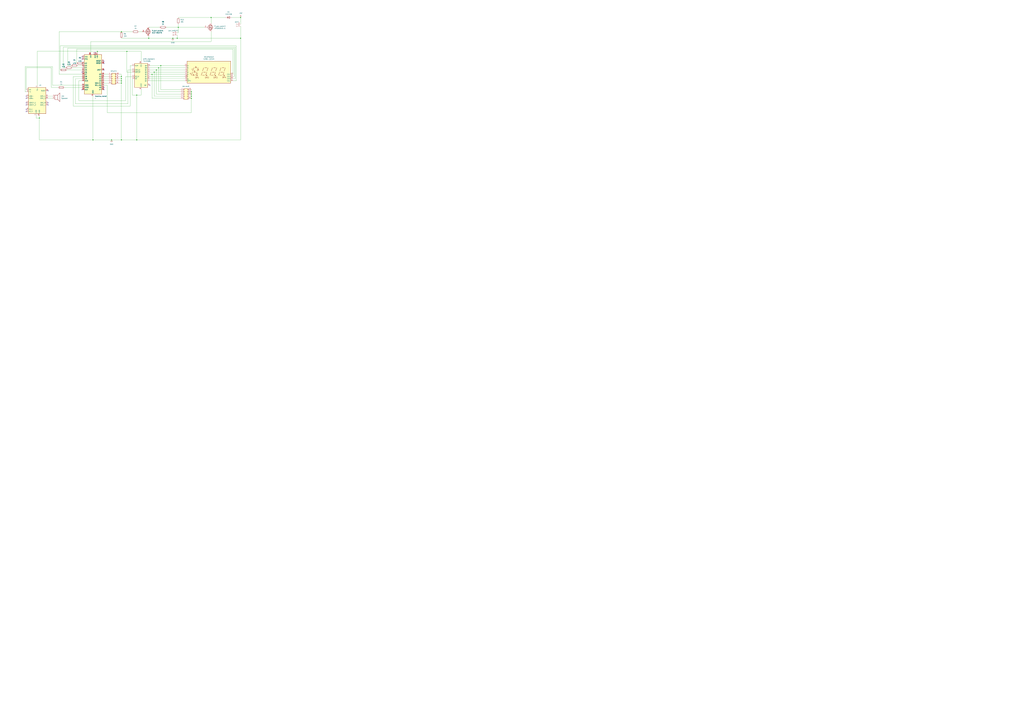
<source format=kicad_sch>
(kicad_sch (version 20230121) (generator eeschema)
  (paper "A0")
  (lib_symbols
    (symbol "74xx:74HC595"
      (property "Reference" "U" (at -7.62 13.97 0))
      (property "Value" "74HC595" (at -7.62 -16.51 0))
      (symbol "74HC595_1_0"
        (pin tri_state line (at 10.16 7.62 180) (length 2.54) (name "QB") (number "1"))
        (pin input line (at -10.16 2.54 0) (length 2.54) (name "~{SRCLR}") (number "10"))
        (pin input line (at -10.16 5.08 0) (length 2.54) (name "SRCLK") (number "11"))
        (pin input line (at -10.16 -2.54 0) (length 2.54) (name "RCLK") (number "12"))
        (pin input line (at -10.16 -5.08 0) (length 2.54) (name "~{OE}") (number "13"))
        (pin input line (at -10.16 10.16 0) (length 2.54) (name "SER") (number "14"))
        (pin tri_state line (at 10.16 10.16 180) (length 2.54) (name "QA") (number "15"))
        (pin power_in line (at 0 15.24 270) (length 2.54) (name "VCC") (number "16"))
        (pin tri_state line (at 10.16 5.08 180) (length 2.54) (name "QC") (number "2"))
        (pin tri_state line (at 10.16 2.54 180) (length 2.54) (name "QD") (number "3"))
        (pin tri_state line (at 10.16 0 180) (length 2.54) (name "QE") (number "4"))
        (pin tri_state line (at 10.16 -2.54 180) (length 2.54) (name "QF") (number "5"))
        (pin tri_state line (at 10.16 -5.08 180) (length 2.54) (name "QG") (number "6"))
        (pin tri_state line (at 10.16 -7.62 180) (length 2.54) (name "QH") (number "7"))
        (pin power_in line (at 0 -17.78 90) (length 2.54) (name "GND") (number "8"))
        (pin output line (at 10.16 -12.7 180) (length 2.54) (name "QH'") (number "9"))
      )
      (symbol "74HC595_1_1"
        (rectangle (start -7.62 12.7) (end 7.62 -15.24) (stroke (width 0.254)) (fill (type background)))
      )
    )
    (symbol "Connector:Conn_01x02_Pin" (pin_names (offset 1.016) hide)
      (property "Reference" "J" (at 0 2.54 0))
      (property "Value" "Conn_01x02_Pin" (at 0 -5.08 0))
      (symbol "Conn_01x02_Pin_1_1"
        (polyline (pts (xy 1.27 -2.54) (xy 0.8636 -2.54)) (stroke (width 0.1524)))
        (polyline (pts (xy 1.27 0) (xy 0.8636 0)) (stroke (width 0.1524)))
        (rectangle (start 0.8636 -2.413) (end 0 -2.667) (stroke (width 0.1524)) (fill (type outline)))
        (rectangle (start 0.8636 0.127) (end 0 -0.127) (stroke (width 0.1524)) (fill (type outline)))
        (pin passive line (at 5.08 0 180) (length 3.81) (name "Pin_1") (number "1"))
        (pin passive line (at 5.08 -2.54 180) (length 3.81) (name "Pin_2") (number "2"))
      )
    )
    (symbol "Connector:Conn_01x02_Socket" (pin_names (offset 1.016) hide)
      (property "Reference" "J" (at 0 2.54 0))
      (property "Value" "Conn_01x02_Socket" (at 0 -5.08 0))
      (symbol "Conn_01x02_Socket_1_1"
        (arc (start 0 -2.032) (mid -0.5058 -2.54) (end 0 -3.048) (stroke (width 0.1524)))
        (polyline (pts (xy -1.27 -2.54) (xy -0.508 -2.54)) (stroke (width 0.1524)))
        (polyline (pts (xy -1.27 0) (xy -0.508 0)) (stroke (width 0.1524)))
        (arc (start 0 0.508) (mid -0.5058 0) (end 0 -0.508) (stroke (width 0.1524)))
        (pin passive line (at -5.08 0 0) (length 3.81) (name "Pin_1") (number "1"))
        (pin passive line (at -5.08 -2.54 0) (length 3.81) (name "Pin_2") (number "2"))
      )
    )
    (symbol "Connector_Generic:Conn_02x05_Counter_Clockwise" (pin_names (offset 1.016) hide)
      (property "Reference" "J" (at 1.27 7.62 0))
      (property "Value" "Conn_02x05_Counter_Clockwise" (at 1.27 -7.62 0))
      (symbol "Conn_02x05_Counter_Clockwise_1_1"
        (rectangle (start -1.27 -4.953) (end 0 -5.207) (stroke (width 0.1524)))
        (rectangle (start -1.27 -2.413) (end 0 -2.667) (stroke (width 0.1524)))
        (rectangle (start -1.27 0.127) (end 0 -0.127) (stroke (width 0.1524)))
        (rectangle (start -1.27 2.667) (end 0 2.413) (stroke (width 0.1524)))
        (rectangle (start -1.27 5.207) (end 0 4.953) (stroke (width 0.1524)))
        (rectangle (start -1.27 6.35) (end 3.81 -6.35) (stroke (width 0.254)) (fill (type background)))
        (rectangle (start 3.81 -4.953) (end 2.54 -5.207) (stroke (width 0.1524)))
        (rectangle (start 3.81 -2.413) (end 2.54 -2.667) (stroke (width 0.1524)))
        (rectangle (start 3.81 0.127) (end 2.54 -0.127) (stroke (width 0.1524)))
        (rectangle (start 3.81 2.667) (end 2.54 2.413) (stroke (width 0.1524)))
        (rectangle (start 3.81 5.207) (end 2.54 4.953) (stroke (width 0.1524)))
        (pin passive line (at -5.08 5.08 0) (length 3.81) (name "Pin_1") (number "1"))
        (pin passive line (at 7.62 5.08 180) (length 3.81) (name "Pin_10") (number "10"))
        (pin passive line (at -5.08 2.54 0) (length 3.81) (name "Pin_2") (number "2"))
        (pin passive line (at -5.08 0 0) (length 3.81) (name "Pin_3") (number "3"))
        (pin passive line (at -5.08 -2.54 0) (length 3.81) (name "Pin_4") (number "4"))
        (pin passive line (at -5.08 -5.08 0) (length 3.81) (name "Pin_5") (number "5"))
        (pin passive line (at 7.62 -5.08 180) (length 3.81) (name "Pin_6") (number "6"))
        (pin passive line (at 7.62 -2.54 180) (length 3.81) (name "Pin_7") (number "7"))
        (pin passive line (at 7.62 0 180) (length 3.81) (name "Pin_8") (number "8"))
        (pin passive line (at 7.62 2.54 180) (length 3.81) (name "Pin_9") (number "9"))
      )
    )
    (symbol "Device:R" (pin_numbers hide) (pin_names (offset 0))
      (property "Reference" "R" (at 2.032 0 90))
      (property "Value" "R" (at 0 0 90))
      (symbol "R_0_1"
        (rectangle (start -1.016 -2.54) (end 1.016 2.54) (stroke (width 0.254)))
      )
      (symbol "R_1_1"
        (pin passive line (at 0 3.81 270) (length 1.27) (name "~") (number "1"))
        (pin passive line (at 0 -3.81 90) (length 1.27) (name "~") (number "2"))
      )
    )
    (symbol "Device:Speaker" (pin_names (offset 0) hide)
      (property "Reference" "LS" (at 1.27 5.715 0))
      (property "Value" "Speaker" (at 1.27 3.81 0))
      (symbol "Speaker_0_0"
        (rectangle (start -2.54 1.27) (end 1.016 -3.81) (stroke (width 0.254)))
        (polyline (pts (xy 1.016 1.27) (xy 3.556 3.81) (xy 3.556 -6.35) (xy 1.016 -3.81)) (stroke (width 0.254)))
      )
      (symbol "Speaker_1_1"
        (pin input line (at -5.08 0 0) (length 2.54) (name "1") (number "1"))
        (pin input line (at -5.08 -2.54 0) (length 2.54) (name "2") (number "2"))
      )
    )
    (symbol "Diode:1N4148" (pin_numbers hide) (pin_names hide)
      (property "Reference" "D" (at 0 2.54 0))
      (property "Value" "1N4148" (at 0 -2.54 0))
      (symbol "1N4148_0_1"
        (polyline (pts (xy -1.27 1.27) (xy -1.27 -1.27)) (stroke (width 0.254)))
        (polyline (pts (xy 1.27 0) (xy -1.27 0)))
        (polyline (pts (xy 1.27 1.27) (xy 1.27 -1.27) (xy -1.27 0) (xy 1.27 1.27)) (stroke (width 0.254)))
      )
      (symbol "1N4148_1_1"
        (pin passive line (at -3.81 0 0) (length 2.54) (name "K") (number "1"))
        (pin passive line (at 3.81 0 180) (length 2.54) (name "A") (number "2"))
      )
    )
    (symbol "Display_Character:CA56-12EWA"
      (property "Reference" "U" (at -24.13 13.97 0))
      (property "Value" "CA56-12EWA" (at 19.05 13.97 0))
      (symbol "CA56-12EWA_0_0"
        (rectangle (start -25.4 12.7) (end 25.4 -12.7) (stroke (width 0.254)) (fill (type background)))
        (polyline (pts (xy -20.32 -3.81) (xy -19.05 0)) (stroke (width 0.254)))
        (polyline (pts (xy -19.05 -3.81) (xy -16.51 -3.81)) (stroke (width 0.254)))
        (polyline (pts (xy -18.796 1.27) (xy -17.526 5.08)) (stroke (width 0.254)))
        (polyline (pts (xy -17.78 0) (xy -15.24 0)) (stroke (width 0.254)))
        (polyline (pts (xy -16.256 5.08) (xy -13.716 5.08)) (stroke (width 0.254)))
        (polyline (pts (xy -15.24 -3.81) (xy -13.97 0)) (stroke (width 0.254)))
        (polyline (pts (xy -13.716 1.27) (xy -12.446 5.08)) (stroke (width 0.254)))
        (polyline (pts (xy -8.89 -3.81) (xy -7.62 0)) (stroke (width 0.254)))
        (polyline (pts (xy -7.62 -3.81) (xy -5.08 -3.81)) (stroke (width 0.254)))
        (polyline (pts (xy -7.366 1.27) (xy -6.096 5.08)) (stroke (width 0.254)))
        (polyline (pts (xy -6.35 0) (xy -3.81 0)) (stroke (width 0.254)))
        (polyline (pts (xy -4.826 5.08) (xy -2.286 5.08)) (stroke (width 0.254)))
        (polyline (pts (xy -3.81 -3.81) (xy -2.54 0)) (stroke (width 0.254)))
        (polyline (pts (xy -2.286 1.27) (xy -1.016 5.08)) (stroke (width 0.254)))
        (polyline (pts (xy 1.27 -3.81) (xy 2.54 0)) (stroke (width 0.254)))
        (polyline (pts (xy 2.54 -3.81) (xy 5.08 -3.81)) (stroke (width 0.254)))
        (polyline (pts (xy 2.794 1.27) (xy 4.064 5.08)) (stroke (width 0.254)))
        (polyline (pts (xy 3.81 0) (xy 6.35 0)) (stroke (width 0.254)))
        (polyline (pts (xy 5.334 5.08) (xy 7.874 5.08)) (stroke (width 0.254)))
        (polyline (pts (xy 6.35 -3.81) (xy 7.62 0)) (stroke (width 0.254)))
        (polyline (pts (xy 7.874 1.27) (xy 9.144 5.08)) (stroke (width 0.254)))
        (polyline (pts (xy 11.176 -3.81) (xy 12.446 0)) (stroke (width 0.254)))
        (polyline (pts (xy 12.446 -3.81) (xy 14.986 -3.81)) (stroke (width 0.254)))
        (polyline (pts (xy 12.7 1.27) (xy 13.97 5.08)) (stroke (width 0.254)))
        (polyline (pts (xy 13.716 0) (xy 16.256 0)) (stroke (width 0.254)))
        (polyline (pts (xy 15.24 5.08) (xy 17.78 5.08)) (stroke (width 0.254)))
        (polyline (pts (xy 16.256 -3.81) (xy 17.526 0)) (stroke (width 0.254)))
        (polyline (pts (xy 17.78 1.27) (xy 19.05 5.08)) (stroke (width 0.254)))
        (text "a" (at -15.24 6.35 0) (effects (font (size 1.524 1.524))))
        (text "b" (at -12.192 2.794 0) (effects (font (size 1.524 1.524))))
        (text "c" (at -13.208 -1.778 0) (effects (font (size 1.524 1.524))))
        (text "d" (at -17.78 -2.794 0) (effects (font (size 1.524 1.524))))
        (text "DP1" (at -13.716 -6.35 0) (effects (font (size 1.524 1.524))))
        (text "DP2" (at -2.286 -6.35 0) (effects (font (size 1.524 1.524))))
        (text "DP3" (at 7.62 -6.35 0) (effects (font (size 1.524 1.524))))
        (text "DP4" (at 17.78 -6.096 0) (effects (font (size 1.524 1.524))))
        (text "e" (at -21.336 -1.524 0) (effects (font (size 1.524 1.524))))
        (text "f" (at -19.558 3.048 0) (effects (font (size 1.524 1.524))))
        (text "g" (at -16.51 1.524 0) (effects (font (size 1.524 1.524))))
      )
      (symbol "CA56-12EWA_0_1"
        (circle (center -13.716 -3.81) (radius 0.3556) (stroke (width 0.254)) (fill (type outline)))
        (circle (center -2.54 -3.81) (radius 0.3556) (stroke (width 0.254)) (fill (type outline)))
      )
      (symbol "CA56-12EWA_1_0"
        (circle (center 7.62 -4.064) (radius 0.3556) (stroke (width 0.254)) (fill (type outline)))
        (circle (center 17.78 -3.81) (radius 0.3556) (stroke (width 0.254)) (fill (type outline)))
      )
      (symbol "CA56-12EWA_1_1"
        (pin input line (at -27.94 -2.54 0) (length 2.54) (name "e") (number "1"))
        (pin input line (at -27.94 -5.08 0) (length 2.54) (name "f") (number "10"))
        (pin input line (at -27.94 7.62 0) (length 2.54) (name "a") (number "11"))
        (pin input line (at 27.94 -2.54 180) (length 2.54) (name "CA1") (number "12"))
        (pin input line (at -27.94 0 0) (length 2.54) (name "d") (number "2"))
        (pin input line (at -27.94 -10.16 0) (length 2.54) (name "DPX") (number "3"))
        (pin input line (at -27.94 2.54 0) (length 2.54) (name "c") (number "4"))
        (pin input line (at -27.94 -7.62 0) (length 2.54) (name "g") (number "5"))
        (pin input line (at 27.94 -10.16 180) (length 2.54) (name "CA4") (number "6"))
        (pin input line (at -27.94 5.08 0) (length 2.54) (name "b") (number "7"))
        (pin input line (at 27.94 -7.62 180) (length 2.54) (name "CA3") (number "8"))
        (pin input line (at 27.94 -5.08 180) (length 2.54) (name "CA2") (number "9"))
      )
    )
    (symbol "MCU_Module:Arduino_Nano_Every"
      (property "Reference" "A" (at -10.16 23.495 0))
      (property "Value" "Arduino_Nano_Every" (at 5.08 -24.13 0))
      (symbol "Arduino_Nano_Every_0_1"
        (rectangle (start -10.16 22.86) (end 10.16 -22.86) (stroke (width 0.254)) (fill (type background)))
      )
      (symbol "Arduino_Nano_Every_1_1"
        (pin bidirectional line (at -12.7 20.32 0) (length 2.54) (name "TX1") (number "1"))
        (pin bidirectional line (at -12.7 0 0) (length 2.54) (name "D7") (number "10"))
        (pin bidirectional line (at -12.7 -2.54 0) (length 2.54) (name "D8") (number "11"))
        (pin bidirectional line (at -12.7 -5.08 0) (length 2.54) (name "D9") (number "12"))
        (pin bidirectional line (at -12.7 -7.62 0) (length 2.54) (name "D10") (number "13"))
        (pin bidirectional line (at -12.7 -12.7 0) (length 2.54) (name "MOSI") (number "14"))
        (pin bidirectional line (at -12.7 -15.24 0) (length 2.54) (name "MISO") (number "15"))
        (pin bidirectional line (at -12.7 -17.78 0) (length 2.54) (name "SCK") (number "16"))
        (pin power_out line (at 2.54 25.4 270) (length 2.54) (name "3V3") (number "17"))
        (pin input line (at 12.7 5.08 180) (length 2.54) (name "AREF") (number "18"))
        (pin bidirectional line (at 12.7 0 180) (length 2.54) (name "A0") (number "19"))
        (pin bidirectional line (at -12.7 17.78 0) (length 2.54) (name "RX1") (number "2"))
        (pin bidirectional line (at 12.7 -2.54 180) (length 2.54) (name "A1") (number "20"))
        (pin bidirectional line (at 12.7 -5.08 180) (length 2.54) (name "A2") (number "21"))
        (pin bidirectional line (at 12.7 -7.62 180) (length 2.54) (name "A3") (number "22"))
        (pin bidirectional line (at 12.7 -10.16 180) (length 2.54) (name "SDA/A4") (number "23"))
        (pin bidirectional line (at 12.7 -12.7 180) (length 2.54) (name "SCL/A5") (number "24"))
        (pin bidirectional line (at 12.7 -15.24 180) (length 2.54) (name "A6") (number "25"))
        (pin bidirectional line (at 12.7 -17.78 180) (length 2.54) (name "A7") (number "26"))
        (pin power_out line (at 5.08 25.4 270) (length 2.54) (name "+5V") (number "27"))
        (pin input line (at 12.7 12.7 180) (length 2.54) (name "~{RESET}") (number "28"))
        (pin passive line (at 0 -25.4 90) (length 2.54) hide (name "GND") (number "29"))
        (pin input line (at 12.7 15.24 180) (length 2.54) (name "~{RESET}") (number "3"))
        (pin power_in line (at -2.54 25.4 270) (length 2.54) (name "VIN") (number "30"))
        (pin power_in line (at 0 -25.4 90) (length 2.54) (name "GND") (number "4"))
        (pin bidirectional line (at -12.7 12.7 0) (length 2.54) (name "D2") (number "5"))
        (pin bidirectional line (at -12.7 10.16 0) (length 2.54) (name "D3") (number "6"))
        (pin bidirectional line (at -12.7 7.62 0) (length 2.54) (name "D4") (number "7"))
        (pin bidirectional line (at -12.7 5.08 0) (length 2.54) (name "D5") (number "8"))
        (pin bidirectional line (at -12.7 2.54 0) (length 2.54) (name "D6") (number "9"))
      )
    )
    (symbol "Transistor_FET:2N7000" (pin_names hide)
      (property "Reference" "Q" (at 5.08 1.905 0))
      (property "Value" "2N7000" (at 5.08 0 0))
      (symbol "2N7000_0_1"
        (polyline (pts (xy 0.254 0) (xy -2.54 0)))
        (polyline (pts (xy 0.254 1.905) (xy 0.254 -1.905)) (stroke (width 0.254)))
        (polyline (pts (xy 0.762 -1.27) (xy 0.762 -2.286)) (stroke (width 0.254)))
        (polyline (pts (xy 0.762 0.508) (xy 0.762 -0.508)) (stroke (width 0.254)))
        (polyline (pts (xy 0.762 2.286) (xy 0.762 1.27)) (stroke (width 0.254)))
        (polyline (pts (xy 2.54 2.54) (xy 2.54 1.778)))
        (polyline (pts (xy 2.54 -2.54) (xy 2.54 0) (xy 0.762 0)))
        (polyline (pts (xy 0.762 -1.778) (xy 3.302 -1.778) (xy 3.302 1.778) (xy 0.762 1.778)))
        (polyline (pts (xy 1.016 0) (xy 2.032 0.381) (xy 2.032 -0.381) (xy 1.016 0)) (fill (type outline)))
        (polyline (pts (xy 2.794 0.508) (xy 2.921 0.381) (xy 3.683 0.381) (xy 3.81 0.254)))
        (polyline (pts (xy 3.302 0.381) (xy 2.921 -0.254) (xy 3.683 -0.254) (xy 3.302 0.381)))
        (circle (center 1.651 0) (radius 2.794) (stroke (width 0.254)))
        (circle (center 2.54 -1.778) (radius 0.254) (fill (type outline)))
        (circle (center 2.54 1.778) (radius 0.254) (fill (type outline)))
      )
      (symbol "2N7000_1_1"
        (pin passive line (at 2.54 -5.08 90) (length 2.54) (name "S") (number "1"))
        (pin input line (at -5.08 0 0) (length 2.54) (name "G") (number "2"))
        (pin passive line (at 2.54 5.08 270) (length 2.54) (name "D") (number "3"))
      )
    )
    (symbol "Transistor_FET:BS250" (pin_names hide)
      (property "Reference" "Q" (at 5.08 1.905 0))
      (property "Value" "BS250" (at 5.08 0 0))
      (symbol "BS250_0_1"
        (polyline (pts (xy 0.254 0) (xy -2.54 0)))
        (polyline (pts (xy 0.254 1.905) (xy 0.254 -1.905)) (stroke (width 0.254)))
        (polyline (pts (xy 0.762 -1.27) (xy 0.762 -2.286)) (stroke (width 0.254)))
        (polyline (pts (xy 0.762 0.508) (xy 0.762 -0.508)) (stroke (width 0.254)))
        (polyline (pts (xy 0.762 2.286) (xy 0.762 1.27)) (stroke (width 0.254)))
        (polyline (pts (xy 2.54 2.54) (xy 2.54 1.778)))
        (polyline (pts (xy 2.54 -2.54) (xy 2.54 0) (xy 0.762 0)))
        (polyline (pts (xy 0.762 1.778) (xy 3.302 1.778) (xy 3.302 -1.778) (xy 0.762 -1.778)))
        (polyline (pts (xy 2.286 0) (xy 1.27 0.381) (xy 1.27 -0.381) (xy 2.286 0)) (fill (type outline)))
        (polyline (pts (xy 2.794 -0.508) (xy 2.921 -0.381) (xy 3.683 -0.381) (xy 3.81 -0.254)))
        (polyline (pts (xy 3.302 -0.381) (xy 2.921 0.254) (xy 3.683 0.254) (xy 3.302 -0.381)))
        (circle (center 1.651 0) (radius 2.794) (stroke (width 0.254)))
        (circle (center 2.54 -1.778) (radius 0.254) (fill (type outline)))
        (circle (center 2.54 1.778) (radius 0.254) (fill (type outline)))
      )
      (symbol "BS250_1_1"
        (pin passive line (at 2.54 5.08 270) (length 2.54) (name "D") (number "1"))
        (pin input line (at -5.08 0 0) (length 2.54) (name "G") (number "2"))
        (pin passive line (at 2.54 -5.08 90) (length 2.54) (name "S") (number "3"))
      )
    )
    (symbol "aurel_lib:DFPlayerMini" (in_bom no) (on_board no)
      (property "Reference" "U" (at -24.13 -2.54 0))
      (symbol "DFPlayerMini_0_1"
        (rectangle (start -13.97 20.32) (end 6.35 -10.16) (stroke (width 0.254)) (fill (type background)))
      )
      (symbol "DFPlayerMini_1_1"
        (pin power_in line (at -3.81 22.86 270) (length 2.54) (name "Vcc") (number "1"))
        (pin power_in line (at -1.27 -12.7 90) (length 2.54) (name "GND") (number "10"))
        (pin input line (at -16.51 -7.62 0) (length 2.54) (name "IO_2") (number "11"))
        (pin input line (at -16.51 2.54 0) (length 2.54) (name "ADKEY_1") (number "12"))
        (pin input line (at -16.51 0 0) (length 2.54) (name "ADKEY_2") (number "13"))
        (pin input line (at -16.51 7.62 0) (length 2.54) (name "USB+") (number "14"))
        (pin input line (at -16.51 10.16 0) (length 2.54) (name "USB-") (number "15"))
        (pin output line (at 8.89 16.51 180) (length 2.54) (name "BUSY") (number "16"))
        (pin input line (at -16.51 17.78 0) (length 2.54) (name "RX") (number "2"))
        (pin input line (at -16.51 15.24 0) (length 2.54) (name "TX") (number "3"))
        (pin output line (at 8.89 2.54 180) (length 2.54) (name "DAC_R") (number "4"))
        (pin output line (at 8.89 0 180) (length 2.54) (name "DAC_L") (number "5"))
        (pin output line (at 8.89 10.16 180) (length 2.54) (name "SPK_1") (number "6"))
        (pin power_in line (at -5.08 -12.7 90) (length 2.54) (name "GND") (number "7"))
        (pin output line (at 8.89 7.62 180) (length 2.54) (name "SPK_2") (number "8"))
        (pin input line (at -16.51 -5.08 0) (length 2.54) (name "IO_1") (number "9"))
      )
    )
    (symbol "power:+6V" (power) (pin_names (offset 0))
      (property "Value" "+6V" (at 0 3.556 0))
      (symbol "+6V_0_1"
        (polyline (pts (xy -0.762 1.27) (xy 0 2.54)))
        (polyline (pts (xy 0 0) (xy 0 2.54)))
        (polyline (pts (xy 0 2.54) (xy 0.762 1.27)))
      )
      (symbol "+6V_1_1"
        (pin power_in line (at 0 0 90) (length 0) hide (name "+6V") (number "1"))
      )
    )
    (symbol "power:GND" (power) (pin_names (offset 0))
      (property "Value" "GND" (at 0 -3.81 0))
      (symbol "GND_0_1"
        (polyline (pts (xy 0 0) (xy 0 -1.27) (xy 1.27 -1.27) (xy 0 -2.54) (xy -1.27 -1.27) (xy 0 -1.27)))
      )
      (symbol "GND_1_1"
        (pin power_in line (at 0 0 270) (length 0) hide (name "GND") (number "1"))
      )
    )
  )
  (junction (at 147.32 59.69))
  (junction (at 186.69 76.2))
  (junction (at 172.72 44.45))
  (junction (at 200.66 44.45))
  (junction (at 129.54 162.56))
  (junction (at 158.75 162.56))
  (junction (at 222.25 114.3))
  (junction (at 140.97 88.9))
  (junction (at 181.61 81.28))
  (junction (at 184.15 78.74))
  (junction (at 140.97 91.44))
  (junction (at 113.03 59.69))
  (junction (at 245.11 20.32))
  (junction (at 179.07 83.82))
  (junction (at 176.53 86.36))
  (junction (at 222.25 109.22))
  (junction (at 107.95 162.56))
  (junction (at 140.97 93.98))
  (junction (at 140.97 162.56))
  (junction (at 207.01 31.75))
  (junction (at 279.4 20.32))
  (junction (at 140.97 96.52))
  (junction (at 45.72 137.16))
  (junction (at 158.75 110.49))
  (junction (at 222.25 111.76))
  (junction (at 205.74 44.45))
  (junction (at 222.25 106.68))
  (junction (at 140.97 36.83))
  (junction (at 279.4 44.45))
  (no_connect (at 55.88 119.38))
  (no_connect (at 30.48 129.54))
  (no_connect (at 95.25 68.58))
  (no_connect (at 30.48 114.3))
  (no_connect (at 120.65 73.66))
  (no_connect (at 55.88 121.92))
  (no_connect (at 30.48 127))
  (no_connect (at 120.65 71.12))
  (no_connect (at 95.25 83.82))
  (no_connect (at 120.65 81.28))
  (no_connect (at 120.65 101.6))
  (no_connect (at 173.99 99.06))
  (no_connect (at 55.88 105.41))
  (no_connect (at 30.48 121.92))
  (no_connect (at 120.65 104.14))
  (no_connect (at 110.49 60.96))
  (no_connect (at 95.25 104.14))
  (no_connect (at 95.25 66.04))
  (no_connect (at 30.48 119.38))
  (no_connect (at 30.48 111.76))
  (wire (pts (xy 120.65 91.44) (xy 125.73 91.44)))
  (wire (pts (xy 77.47 81.28) (xy 95.25 81.28)))
  (wire (pts (xy 68.58 36.83) (xy 140.97 36.83)))
  (wire (pts (xy 193.04 31.75) (xy 207.01 31.75)))
  (wire (pts (xy 273.05 54.61) (xy 273.05 91.44)))
  (wire (pts (xy 69.85 53.34) (xy 69.85 81.28)))
  (wire (pts (xy 151.13 76.2) (xy 151.13 123.19)))
  (wire (pts (xy 181.61 109.22) (xy 209.55 109.22)))
  (wire (pts (xy 148.59 81.28) (xy 148.59 120.65)))
  (wire (pts (xy 173.99 86.36) (xy 176.53 86.36)))
  (wire (pts (xy 45.72 134.62) (xy 45.72 137.16)))
  (wire (pts (xy 87.63 91.44) (xy 95.25 91.44)))
  (wire (pts (xy 173.99 83.82) (xy 179.07 83.82)))
  (wire (pts (xy 45.72 137.16) (xy 45.72 162.56)))
  (wire (pts (xy 73.66 78.74) (xy 76.2 78.74)))
  (wire (pts (xy 173.99 88.9) (xy 214.63 88.9)))
  (wire (pts (xy 78.74 76.2) (xy 82.55 76.2)))
  (wire (pts (xy 73.66 54.61) (xy 73.66 78.74)))
  (wire (pts (xy 222.25 130.81) (xy 124.46 130.81)))
  (wire (pts (xy 222.25 104.14) (xy 222.25 106.68)))
  (wire (pts (xy 138.43 88.9) (xy 140.97 88.9)))
  (wire (pts (xy 222.25 106.68) (xy 222.25 109.22)))
  (wire (pts (xy 140.97 36.83) (xy 153.67 36.83)))
  (wire (pts (xy 205.74 40.64) (xy 205.74 44.45)))
  (wire (pts (xy 207.01 31.75) (xy 237.49 31.75)))
  (wire (pts (xy 279.4 20.32) (xy 279.4 27.94)))
  (wire (pts (xy 163.83 110.49) (xy 158.75 110.49)))
  (wire (pts (xy 43.18 59.69) (xy 113.03 59.69)))
  (wire (pts (xy 140.97 44.45) (xy 172.72 44.45)))
  (wire (pts (xy 148.59 120.65) (xy 87.63 120.65)))
  (wire (pts (xy 43.18 99.06) (xy 43.18 59.69)))
  (wire (pts (xy 207.01 20.32) (xy 245.11 20.32)))
  (wire (pts (xy 279.4 30.48) (xy 279.4 44.45)))
  (wire (pts (xy 85.09 88.9) (xy 95.25 88.9)))
  (wire (pts (xy 158.75 162.56) (xy 140.97 162.56)))
  (wire (pts (xy 68.58 36.83) (xy 68.58 86.36)))
  (wire (pts (xy 88.9 57.15) (xy 88.9 73.66)))
  (wire (pts (xy 91.44 93.98) (xy 95.25 93.98)))
  (wire (pts (xy 279.4 44.45) (xy 205.74 44.45)))
  (wire (pts (xy 140.97 86.36) (xy 140.97 88.9)))
  (wire (pts (xy 173.99 81.28) (xy 181.61 81.28)))
  (wire (pts (xy 147.32 59.69) (xy 163.83 59.69)))
  (wire (pts (xy 55.88 111.76) (xy 60.96 111.76)))
  (wire (pts (xy 151.13 123.19) (xy 85.09 123.19)))
  (wire (pts (xy 161.29 36.83) (xy 165.1 36.83)))
  (wire (pts (xy 95.25 86.36) (xy 68.58 86.36)))
  (wire (pts (xy 176.53 86.36) (xy 176.53 114.3)))
  (wire (pts (xy 274.32 53.34) (xy 274.32 93.98)))
  (wire (pts (xy 273.05 91.44) (xy 270.51 91.44)))
  (wire (pts (xy 140.97 91.44) (xy 140.97 93.98)))
  (wire (pts (xy 124.46 99.06) (xy 120.65 99.06)))
  (wire (pts (xy 172.72 44.45) (xy 200.66 44.45)))
  (wire (pts (xy 120.65 93.98) (xy 125.73 93.98)))
  (wire (pts (xy 153.67 110.49) (xy 158.75 110.49)))
  (wire (pts (xy 269.24 20.32) (xy 279.4 20.32)))
  (wire (pts (xy 120.65 86.36) (xy 125.73 86.36)))
  (wire (pts (xy 207.01 38.1) (xy 205.74 38.1)))
  (wire (pts (xy 73.66 54.61) (xy 273.05 54.61)))
  (wire (pts (xy 146.05 88.9) (xy 146.05 116.84)))
  (wire (pts (xy 270.51 57.15) (xy 270.51 86.36)))
  (wire (pts (xy 245.11 20.32) (xy 261.62 20.32)))
  (wire (pts (xy 186.69 76.2) (xy 186.69 104.14)))
  (wire (pts (xy 95.25 101.6) (xy 74.93 101.6)))
  (wire (pts (xy 153.67 81.28) (xy 148.59 81.28)))
  (wire (pts (xy 120.65 88.9) (xy 125.73 88.9)))
  (wire (pts (xy 138.43 96.52) (xy 140.97 96.52)))
  (wire (pts (xy 113.03 59.69) (xy 113.03 60.96)))
  (wire (pts (xy 95.25 99.06) (xy 60.96 99.06)))
  (wire (pts (xy 140.97 96.52) (xy 140.97 162.56)))
  (wire (pts (xy 181.61 81.28) (xy 214.63 81.28)))
  (wire (pts (xy 179.07 111.76) (xy 209.55 111.76)))
  (wire (pts (xy 107.95 111.76) (xy 107.95 162.56)))
  (wire (pts (xy 87.63 120.65) (xy 87.63 91.44)))
  (wire (pts (xy 59.69 101.6) (xy 59.69 78.74)))
  (wire (pts (xy 181.61 81.28) (xy 181.61 109.22)))
  (wire (pts (xy 78.74 55.88) (xy 271.78 55.88)))
  (wire (pts (xy 83.82 78.74) (xy 95.25 78.74)))
  (wire (pts (xy 173.99 91.44) (xy 214.63 91.44)))
  (wire (pts (xy 173.99 76.2) (xy 186.69 76.2)))
  (wire (pts (xy 91.44 116.84) (xy 91.44 93.98)))
  (wire (pts (xy 105.41 48.26) (xy 105.41 60.96)))
  (wire (pts (xy 173.99 93.98) (xy 214.63 93.98)))
  (wire (pts (xy 222.25 109.22) (xy 222.25 111.76)))
  (wire (pts (xy 140.97 93.98) (xy 140.97 96.52)))
  (wire (pts (xy 124.46 130.81) (xy 124.46 99.06)))
  (wire (pts (xy 153.67 83.82) (xy 147.32 83.82)))
  (wire (pts (xy 207.01 31.75) (xy 207.01 38.1)))
  (wire (pts (xy 30.48 78.74) (xy 30.48 104.14)))
  (wire (pts (xy 207.01 27.94) (xy 207.01 31.75)))
  (wire (pts (xy 153.67 76.2) (xy 151.13 76.2)))
  (wire (pts (xy 147.32 59.69) (xy 147.32 83.82)))
  (wire (pts (xy 138.43 93.98) (xy 140.97 93.98)))
  (wire (pts (xy 176.53 114.3) (xy 209.55 114.3)))
  (wire (pts (xy 173.99 78.74) (xy 184.15 78.74)))
  (wire (pts (xy 186.69 76.2) (xy 214.63 76.2)))
  (wire (pts (xy 138.43 86.36) (xy 140.97 86.36)))
  (wire (pts (xy 163.83 59.69) (xy 163.83 71.12)))
  (wire (pts (xy 29.21 77.47) (xy 60.96 77.47)))
  (wire (pts (xy 222.25 130.81) (xy 222.25 114.3)))
  (wire (pts (xy 245.11 48.26) (xy 245.11 36.83)))
  (wire (pts (xy 184.15 78.74) (xy 184.15 106.68)))
  (wire (pts (xy 140.97 88.9) (xy 140.97 91.44)))
  (wire (pts (xy 271.78 55.88) (xy 271.78 88.9)))
  (wire (pts (xy 59.69 78.74) (xy 30.48 78.74)))
  (wire (pts (xy 90.17 76.2) (xy 95.25 76.2)))
  (wire (pts (xy 41.91 134.62) (xy 41.91 137.16)))
  (wire (pts (xy 172.72 31.75) (xy 185.42 31.75)))
  (wire (pts (xy 120.65 96.52) (xy 125.73 96.52)))
  (wire (pts (xy 186.69 104.14) (xy 209.55 104.14)))
  (wire (pts (xy 113.03 59.69) (xy 147.32 59.69)))
  (wire (pts (xy 41.91 137.16) (xy 45.72 137.16)))
  (wire (pts (xy 45.72 162.56) (xy 107.95 162.56)))
  (wire (pts (xy 271.78 88.9) (xy 270.51 88.9)))
  (wire (pts (xy 279.4 162.56) (xy 158.75 162.56)))
  (wire (pts (xy 60.96 99.06) (xy 60.96 77.47)))
  (wire (pts (xy 205.74 44.45) (xy 200.66 44.45)))
  (wire (pts (xy 29.21 106.68) (xy 30.48 106.68)))
  (wire (pts (xy 88.9 57.15) (xy 270.51 57.15)))
  (wire (pts (xy 179.07 83.82) (xy 179.07 111.76)))
  (wire (pts (xy 96.52 73.66) (xy 95.25 73.66)))
  (wire (pts (xy 163.83 104.14) (xy 163.83 110.49)))
  (wire (pts (xy 67.31 101.6) (xy 59.69 101.6)))
  (wire (pts (xy 105.41 48.26) (xy 245.11 48.26)))
  (wire (pts (xy 107.95 162.56) (xy 129.54 162.56)))
  (wire (pts (xy 29.21 77.47) (xy 29.21 106.68)))
  (wire (pts (xy 158.75 110.49) (xy 158.75 162.56)))
  (wire (pts (xy 153.67 91.44) (xy 153.67 110.49)))
  (wire (pts (xy 179.07 83.82) (xy 214.63 83.82)))
  (wire (pts (xy 279.4 44.45) (xy 279.4 162.56)))
  (wire (pts (xy 184.15 78.74) (xy 214.63 78.74)))
  (wire (pts (xy 55.88 114.3) (xy 60.96 114.3)))
  (wire (pts (xy 146.05 116.84) (xy 91.44 116.84)))
  (wire (pts (xy 140.97 162.56) (xy 129.54 162.56)))
  (wire (pts (xy 184.15 106.68) (xy 209.55 106.68)))
  (wire (pts (xy 245.11 20.32) (xy 245.11 26.67)))
  (wire (pts (xy 176.53 86.36) (xy 214.63 86.36)))
  (wire (pts (xy 69.85 53.34) (xy 274.32 53.34)))
  (wire (pts (xy 274.32 93.98) (xy 270.51 93.98)))
  (wire (pts (xy 138.43 91.44) (xy 140.97 91.44)))
  (wire (pts (xy 172.72 41.91) (xy 172.72 44.45)))
  (wire (pts (xy 222.25 111.76) (xy 222.25 114.3)))
  (wire (pts (xy 78.74 55.88) (xy 78.74 76.2)))
  (wire (pts (xy 85.09 123.19) (xy 85.09 88.9)))
  (wire (pts (xy 153.67 88.9) (xy 146.05 88.9)))
  (symbol (lib_id "Diode:1N4148") (at 265.43 20.32 0) (unit 1)
    (property "Reference" "D1" (at 265.43 13.97 0))
    (property "Value" "1N4148" (at 265.43 16.51 0))
    (property "Footprint" "Diode_THT:D_DO-35_SOD27_P7.62mm_Horizontal" (effects hide))
    (property "Datasheet" "https://assets.nexperia.com/documents/data-sheet/1N4148_1N4448.pdf" (effects hide))
    (property "Sim.Device" "D" (effects hide))
    (property "Sim.Pins" "1=K 2=A" (effects hide))
  )
  (symbol (lib_id "MCU_Module:Arduino_Nano_Every") (at 107.95 86.36 0) (unit 1)
    (property "Reference" "Arduino_nano1" (at 110.1441 111.76 0) (effects (justify left)))
    (property "Value" "~" (at 110.1441 114.3 0) (effects (justify left)))
    (property "Footprint" "Module:Arduino_Nano" (effects hide))
    (property "Datasheet" "https://content.arduino.cc/assets/NANOEveryV3.0_sch.pdf" (effects hide))
  )
  (symbol (lib_id "Device:R") (at 71.12 101.6 90) (unit 1)
    (property "Reference" "R1" (at 71.12 95.25 90))
    (property "Value" "1k" (at 71.12 97.79 90))
  )
  (symbol (lib_id "Device:R") (at 207.01 24.13 0) (unit 1)
    (property "Reference" "R13" (at 209.55 22.86 0) (effects (justify left)))
    (property "Value" "10k" (at 209.55 25.4 0) (effects (justify left)))
  )
  (symbol (lib_id "Transistor_FET:BS250") (at 242.57 31.75 0) (unit 1)
    (property "Reference" "P_pwr_swtch1" (at 248.92 30.48 0) (effects (justify left)))
    (property "Value" "VP3203N3-G" (at 248.92 33.02 0) (effects (justify left)))
    (property "Footprint" "Package_TO_SOT_THT:TO-92_Inline" (effects hide))
    (property "Datasheet" "http://www.vishay.com/docs/70209/70209.pdf" (effects hide))
  )
  (symbol (lib_id "Connector_Generic:Conn_02x05_Counter_Clockwise") (at 130.81 91.44 0) (unit 1)
    (property "Reference" "btn_in1" (at 132.08 82.55 0))
    (property "Value" "~" (at 132.08 82.55 0))
    (property "Footprint" "Connector_PinHeader_2.54mm:PinHeader_2x05_P2.54mm_Vertical" (effects hide))
  )
  (symbol (lib_id "74xx:74HC595") (at 163.83 86.36 0) (unit 1)
    (property "Reference" "shift_register1" (at 166.0241 68.58 0) (effects (justify left)))
    (property "Value" "74HC595" (at 166.0241 71.12 0) (effects (justify left)))
    (property "Footprint" "Package_DIP:DIP-16_W7.62mm" (effects hide))
    (property "Datasheet" "http://www.ti.com/lit/ds/symlink/sn74hc595.pdf" (effects hide))
  )
  (symbol (lib_id "Device:R") (at 80.01 78.74 90) (unit 1)
    (property "Reference" "R3" (at 80.01 72.39 90))
    (property "Value" "470" (at 80.01 74.93 90))
    (property "Footprint" "Resistor_THT:R_Axial_DIN0204_L3.6mm_D1.6mm_P1.90mm_Vertical" (effects hide))
  )
  (symbol (lib_id "Connector_Generic:Conn_02x05_Counter_Clockwise") (at 214.63 109.22 0) (unit 1)
    (property "Reference" "btn_out1" (at 215.9 100.33 0))
    (property "Value" "~" (at 215.9 100.33 0))
    (property "Footprint" "Connector_PinHeader_2.54mm:PinHeader_2x05_P2.54mm_Vertical" (effects hide))
  )
  (symbol (lib_id "Connector:Conn_01x02_Socket") (at 274.32 30.48 180) (unit 1)
    (property "Reference" "pwr1" (at 274.955 25.4 0))
    (property "Value" "Conn_01x02_Socket" (effects hide))
    (property "Footprint" "Connector_PinSocket_1.27mm:PinSocket_1x02_P1.27mm_Vertical" (effects hide))
  )
  (symbol (lib_id "Device:R") (at 92.71 73.66 90) (unit 1)
    (property "Reference" "R5" (at 92.71 67.31 90))
    (property "Value" "470" (at 92.71 71.12 90))
    (property "Footprint" "Resistor_THT:R_Axial_DIN0204_L3.6mm_D1.6mm_P1.90mm_Vertical" (effects hide))
  )
  (symbol (lib_id "power:GND") (at 129.54 162.56 0) (unit 1)
    (property "Reference" "#PWR01" (effects hide))
    (property "Value" "GND" (at 129.54 167.64 0))
  )
  (symbol (lib_id "Device:R") (at 86.36 76.2 90) (unit 1)
    (property "Reference" "R4" (at 86.36 69.85 90))
    (property "Value" "470" (at 86.36 73.66 90))
    (property "Footprint" "Resistor_THT:R_Axial_DIN0204_L3.6mm_D1.6mm_P1.90mm_Vertical" (effects hide))
  )
  (symbol (lib_id "Connector:Conn_01x02_Pin") (at 200.66 38.1 0) (unit 1)
    (property "Reference" "pwr_switch1" (at 201.295 35.56 0))
    (property "Value" "~" (at 202.565 36.83 90) (effects (justify left)))
    (property "Footprint" "Connector_PinHeader_2.54mm:PinHeader_1x02_P2.54mm_Vertical" (effects hide))
  )
  (symbol (lib_id "Transistor_FET:2N7000") (at 170.18 36.83 0) (unit 1)
    (property "Reference" "N_pwr_swtch1" (at 176.53 35.56 0) (effects (justify left)))
    (property "Value" "512-BS270" (at 176.53 38.1 0) (effects (justify left)))
    (property "Footprint" "Package_TO_SOT_THT:TO-92" (effects hide))
    (property "Datasheet" "https://www.vishay.com/docs/70226/70226.pdf" (effects hide))
  )
  (symbol (lib_id "power:+6V") (at 279.4 20.32 0) (unit 1)
    (property "Reference" "#PWR03" (effects hide))
    (property "Value" "+6V" (at 279.4 15.24 0))
  )
  (symbol (lib_id "Device:R") (at 157.48 36.83 90) (unit 1)
    (property "Reference" "R7" (at 157.48 30.48 90))
    (property "Value" "1k" (at 157.48 33.02 90))
  )
  (symbol (lib_id "aurel_lib:DFPlayerMini") (at 46.99 121.92 0) (unit 1) (in_bom no) (on_board no)
    (property "Reference" "U1" (at 45.3741 99.06 0) (effects (justify left)))
    (property "Value" "~" (at 46.99 121.92 0))
  )
  (symbol (lib_id "Device:R") (at 140.97 40.64 0) (unit 1)
    (property "Reference" "R6" (at 143.51 39.37 0) (effects (justify left)))
    (property "Value" "10k" (at 143.51 41.91 0) (effects (justify left)))
  )
  (symbol (lib_id "Device:Speaker") (at 66.04 111.76 0) (unit 1)
    (property "Reference" "LS1" (at 71.12 111.76 0) (effects (justify left)))
    (property "Value" "Speaker" (at 71.12 114.3 0) (effects (justify left)))
  )
  (symbol (lib_id "Device:R") (at 189.23 31.75 90) (unit 1)
    (property "Reference" "R8" (at 189.23 25.4 90))
    (property "Value" "1k" (at 189.23 27.94 90))
  )
  (symbol (lib_id "Device:R") (at 73.66 81.28 90) (unit 1)
    (property "Reference" "R2" (at 73.66 74.93 90))
    (property "Value" "470" (at 73.66 77.47 90))
    (property "Footprint" "Resistor_THT:R_Axial_DIN0204_L3.6mm_D1.6mm_P1.90mm_Vertical" (effects hide))
  )
  (symbol (lib_id "power:GND") (at 200.66 44.45 0) (unit 1)
    (property "Reference" "#PWR02" (effects hide))
    (property "Value" "GND" (at 200.66 49.53 0))
  )
  (symbol (lib_id "Display_Character:CA56-12EWA") (at 242.57 83.82 0) (unit 1)
    (property "Reference" "led_display1" (at 242.57 66.04 0))
    (property "Value" "CA56-12EWA" (at 242.57 68.58 0))
    (property "Footprint" "Display_7Segment:CA56-12EWA" (effects hide))
    (property "Datasheet" "http://www.kingbrightusa.com/images/catalog/SPEC/CA56-12EWA.pdf" (effects hide))
  )
)
</source>
